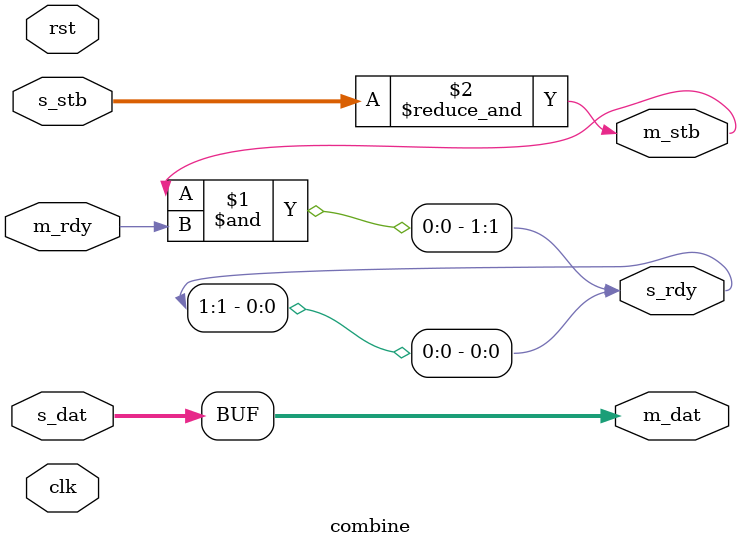
<source format=v>
module combine #(
  parameter [31:0] W = 8,
  parameter [31:0] N = 2
)(
  input clk,
  input rst,
  // Slaves
  input [N-1:0] s_stb,
  input [N*W-1:0] s_dat,
  output [N-1:0] s_rdy,
  // Master
  input m_rdy,
  output m_stb,
  output [N*W-1:0] m_dat
);
  assign s_rdy = {N{m_stb & m_rdy}};
  assign m_stb = &s_stb;
  assign m_dat = s_dat;

endmodule

</source>
